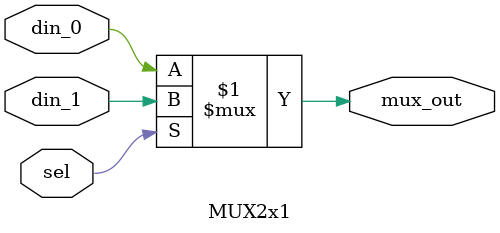
<source format=v>
`timescale 1ns / 1ps
module MUX2x1(
    input din_0,
	 input din_1,
    input sel,
    output mux_out      
  );
  
  
  assign #0.1 mux_out = (sel) ? din_1 : din_0;


endmodule

</source>
